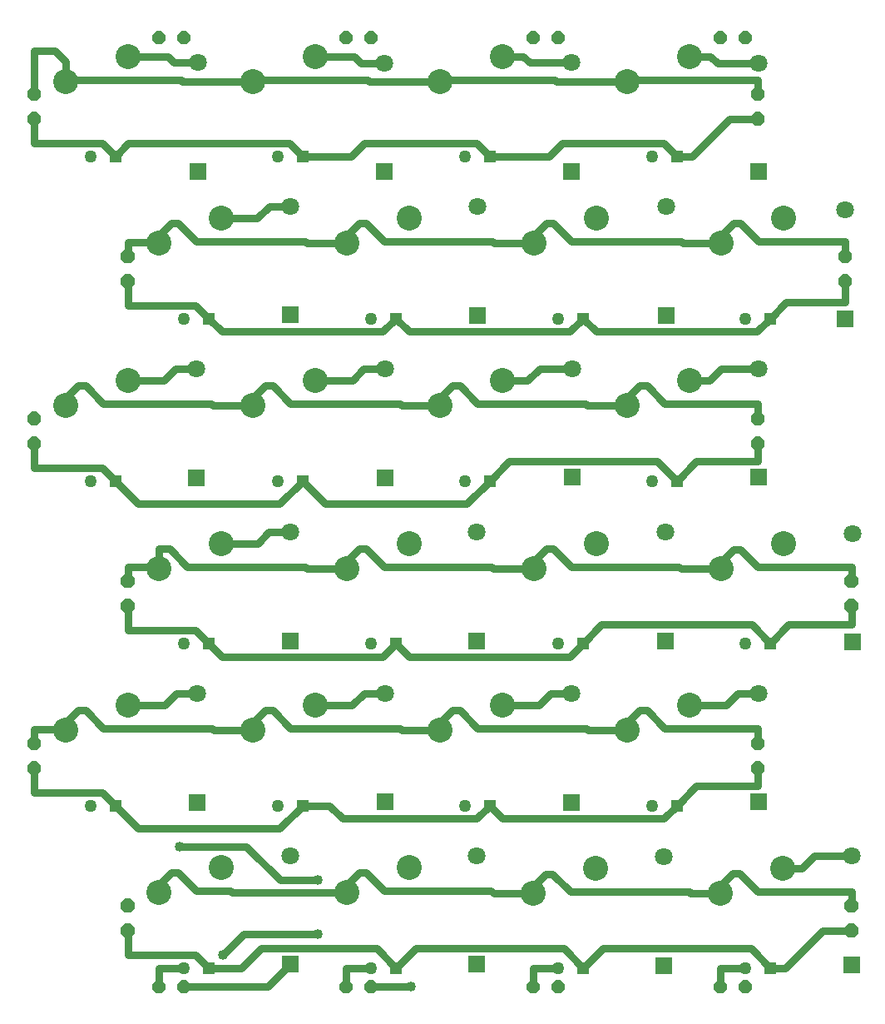
<source format=gtl>
G04 DipTrace 2.1.9.3*
%INTop.gbr*%
%MOIN*%
%ADD13C,0.03*%
%ADD14C,0.1*%
%ADD15R,0.0709X0.0709*%
%ADD16C,0.0709*%
%ADD17C,0.05*%
%ADD18R,0.05X0.05*%
%ADD19C,0.04*%
%FSLAX44Y44*%
%SFA1B1*%
%OFA0B0*%
G04*
G70*
G90*
G75*
G01*
%LNTop*%
%LPD*%
X7050Y37500D2*
D13*
X6111D1*
X5861Y37750D1*
X4250D1*
X14525Y37475D2*
X13598D1*
X13323Y37750D1*
X11750D1*
X22025Y37500D2*
X20357D1*
X20107Y37750D1*
X19250D1*
X29525Y37475D2*
X27882D1*
X27607Y37750D1*
X26750D1*
X500Y36250D2*
Y37960D1*
X1320D1*
X1750Y37530D1*
Y36750D1*
X24250D2*
X24315Y36815D1*
X29500D1*
Y36250D1*
X16750Y36750D2*
X16815Y36815D1*
X21358D1*
X21423Y36750D1*
X24250D1*
X9250D2*
X9315Y36815D1*
X13858D1*
X13923Y36750D1*
X16750D1*
X1750D2*
X1815Y36815D1*
X6383D1*
X6448Y36750D1*
X9250D1*
X8000Y31275D2*
X9448D1*
X9923Y31750D1*
X10750D1*
X4275Y24775D2*
X5710D1*
X6161Y25225D1*
X7000D1*
X8000Y18250D2*
X9460D1*
X9911Y18700D1*
X10750D1*
X4275Y11775D2*
X5735D1*
X6186Y12225D1*
X7025D1*
X15590Y500D2*
X14000D1*
X10750Y1400D2*
X9850Y500D1*
X6500D1*
X11775Y24775D2*
X13260D1*
X13711Y25225D1*
X14550D1*
X19275Y24775D2*
X20281D1*
X20756Y25250D1*
X22050D1*
X26775Y24775D2*
X27555D1*
X28030Y25250D1*
X29525D1*
X11775Y11775D2*
X13248D1*
X13723Y12250D1*
X14550D1*
X19275Y11775D2*
X20735D1*
X21186Y12225D1*
X22025D1*
X26775Y11775D2*
X28223D1*
X28698Y12250D1*
X29525D1*
X30500Y5250D2*
X31280D1*
X31755Y5725D1*
X33275D1*
X4250Y29750D2*
Y30303D1*
X5472D1*
X5500Y30275D1*
X28025D2*
Y30555D1*
X28525Y31055D1*
X28805D1*
X29520Y30340D1*
X33000D1*
Y29750D1*
X20525Y30275D2*
Y30555D1*
X21025Y31055D1*
X21305D1*
X22020Y30340D1*
X26427D1*
X26492Y30275D1*
X28025D1*
X13025D2*
Y30555D1*
X13525Y31055D1*
X13805D1*
X14520Y30340D1*
X18877D1*
X18942Y30275D1*
X20525D1*
X5500D2*
Y30555D1*
X6000Y31055D1*
X6280D1*
X6995Y30340D1*
X11352D1*
X11417Y30275D1*
X13025D1*
X24275Y23775D2*
Y24055D1*
X24775Y24555D1*
X25055D1*
X25770Y23840D1*
X29500D1*
Y23250D1*
X16775Y23775D2*
Y24055D1*
X17275Y24555D1*
X17555D1*
X18270Y23840D1*
X22602D1*
X22667Y23775D1*
X24275D1*
X9275D2*
Y24055D1*
X9775Y24555D1*
X10055D1*
X10770Y23840D1*
X15152D1*
X15217Y23775D1*
X16775D1*
X1775D2*
Y24055D1*
X2275Y24555D1*
X2555D1*
X3270Y23840D1*
X7602D1*
X7667Y23775D1*
X9275D1*
X4250Y16750D2*
Y17303D1*
X5447D1*
X5500Y17250D1*
X28025Y17225D2*
Y17505D1*
X28525Y18005D1*
X28805D1*
X29507Y17303D1*
X33250D1*
Y16750D1*
X20525Y17250D2*
Y17530D1*
X21025Y18030D1*
X21305D1*
X22020Y17315D1*
X26340D1*
X26430Y17225D1*
X28025D1*
X13025Y17250D2*
Y17530D1*
X13525Y18030D1*
X13805D1*
X14520Y17315D1*
X18827D1*
X18892Y17250D1*
X20525D1*
X5500D2*
Y18030D1*
X5923D1*
X6638Y17315D1*
X11352D1*
X11417Y17250D1*
X13025D1*
X500Y10250D2*
Y10803D1*
X1747D1*
X1775Y10775D1*
X24275D2*
Y11055D1*
X24775Y11555D1*
X25055D1*
X25770Y10840D1*
X29500D1*
Y10250D1*
X16775Y10775D2*
Y11055D1*
X17275Y11555D1*
X17555D1*
X18270Y10840D1*
X22627D1*
X22692Y10775D1*
X24275D1*
X9275D2*
Y11055D1*
X9775Y11555D1*
X10055D1*
X10770Y10840D1*
X15152D1*
X15217Y10775D1*
X16775D1*
X1775D2*
Y11055D1*
X2275Y11555D1*
X2555D1*
X3270Y10840D1*
X7627D1*
X7692Y10775D1*
X9275D1*
X28000Y4250D2*
Y4530D1*
X28500Y5030D1*
X28780D1*
X29495Y4315D1*
X33250D1*
Y3750D1*
X20500Y4225D2*
Y4505D1*
X21000Y5005D1*
X21280D1*
X21995Y4290D1*
X26769D1*
X26809Y4250D1*
X28000D1*
X13025Y4275D2*
Y4555D1*
X13525Y5055D1*
X13805D1*
X14520Y4340D1*
X18802D1*
X18917Y4225D1*
X20500D1*
X5500Y4275D2*
Y4555D1*
X6000Y5055D1*
X6280D1*
X6995Y4340D1*
X8353D1*
X8418Y4275D1*
X13025D1*
X500Y35250D2*
Y34280D1*
X3220D1*
X3750Y33750D1*
X26250D2*
X26865D1*
X28365Y35250D1*
X29500D1*
X18750Y33750D2*
X21126D1*
X21656Y34280D1*
X25720D1*
X26250Y33750D1*
X11250D2*
X13196D1*
X13726Y34280D1*
X18220D1*
X18750Y33750D1*
X3750D2*
X4280Y34280D1*
X10720D1*
X11250Y33750D1*
X33000Y28750D2*
Y27884D1*
X30634D1*
X30000Y27250D1*
X7500D2*
X6970Y27780D1*
X4250D1*
Y28750D1*
X15000Y27250D2*
X14470Y26720D1*
X8030D1*
X7500Y27250D1*
X22500D2*
X21970Y26720D1*
X15530D1*
X15000Y27250D1*
X30000D2*
X29470Y26720D1*
X23030D1*
X22500Y27250D1*
X500Y22250D2*
Y21280D1*
X3220D1*
X3750Y20750D1*
X26250D2*
X27034Y21534D1*
X29500D1*
Y22250D1*
X18750Y20750D2*
X19534Y21534D1*
X25466D1*
X26250Y20750D1*
X11250D2*
X12154Y19846D1*
X17846D1*
X18750Y20750D1*
X3750D2*
X4654Y19846D1*
X10346D1*
X11250Y20750D1*
X4250Y15750D2*
Y14780D1*
X6970D1*
X7500Y14250D1*
X30000D2*
X30734Y14984D1*
X33250D1*
Y15750D1*
X22500Y14250D2*
X23234Y14984D1*
X29266D1*
X30000Y14250D1*
X15000D2*
X15534Y13716D1*
X21966D1*
X22500Y14250D1*
X7500D2*
X8034Y13716D1*
X14466D1*
X15000Y14250D1*
X29500Y9250D2*
Y8534D1*
X27034D1*
X26250Y7750D1*
X3750D2*
X3220Y8280D1*
X500D1*
Y9250D1*
X11250Y7750D2*
X10346Y6846D1*
X4654D1*
X3750Y7750D1*
X18750D2*
X18220Y7220D1*
X12860D1*
X12330Y7750D1*
X11250D1*
X26250D2*
X25720Y7220D1*
X19280D1*
X18750Y7750D1*
X4250Y2750D2*
Y1780D1*
X6970D1*
X7500Y1250D1*
X30000D2*
X30615D1*
X32115Y2750D1*
X33250D1*
X22500Y1250D2*
X23284Y2034D1*
X29216D1*
X30000Y1250D1*
X15000D2*
X15784Y2034D1*
X21716D1*
X22500Y1250D1*
X7500D2*
X8807D1*
X9591Y2034D1*
X14216D1*
X15000Y1250D1*
X29000D2*
X28000D1*
Y500D1*
X21500Y1250D2*
X20500D1*
Y500D1*
X14000Y1250D2*
X13000D1*
Y500D1*
X6500Y1250D2*
X5500D1*
Y500D1*
X11864Y2610D2*
X8910D1*
X8080Y1780D1*
X6341Y6105D2*
X9011D1*
X10361Y4755D1*
X11864D1*
D19*
X15590Y500D3*
X8080Y1780D3*
X11864Y2610D3*
Y4755D3*
X6341Y6105D3*
D14*
X1750Y36750D3*
X4250Y37750D3*
X9250Y36750D3*
X11750Y37750D3*
X16750Y36750D3*
X19250Y37750D3*
X24250Y36750D3*
X26750Y37750D3*
D15*
X7050Y33150D3*
D16*
Y37500D3*
D15*
X14525Y33125D3*
D16*
Y37475D3*
D15*
X22025Y33150D3*
D16*
Y37500D3*
D15*
X29525Y33125D3*
D16*
Y37475D3*
D14*
X5500Y30275D3*
X8000Y31275D3*
X13025Y30275D3*
X15525Y31275D3*
X20525Y30275D3*
X23025Y31275D3*
X28025Y30275D3*
X30525Y31275D3*
D15*
X10750Y27400D3*
D16*
Y31750D3*
D15*
X18275Y27375D3*
D16*
Y31725D3*
D15*
X25825Y27375D3*
D16*
Y31725D3*
D15*
X33000Y27250D3*
D16*
Y31600D3*
D14*
X1775Y23775D3*
X4275Y24775D3*
X9275Y23775D3*
X11775Y24775D3*
X16775Y23775D3*
X19275Y24775D3*
X24275Y23775D3*
X26775Y24775D3*
D15*
X7000Y20875D3*
D16*
Y25225D3*
D15*
X14550Y20875D3*
D16*
Y25225D3*
D15*
X22050Y20900D3*
D16*
Y25250D3*
D15*
X29525Y20900D3*
D16*
Y25250D3*
D14*
X5500Y17250D3*
X8000Y18250D3*
X13025Y17250D3*
X15525Y18250D3*
X20525Y17250D3*
X23025Y18250D3*
X28025Y17225D3*
X30525Y18225D3*
D15*
X10750Y14350D3*
D16*
Y18700D3*
D15*
X18225Y14350D3*
D16*
Y18700D3*
D15*
X25800Y14350D3*
D16*
Y18700D3*
D15*
X33300Y14300D3*
D16*
Y18650D3*
D14*
X1775Y10775D3*
X4275Y11775D3*
X9275Y10775D3*
X11775Y11775D3*
X16775Y10775D3*
X19275Y11775D3*
X24275Y10775D3*
X26775Y11775D3*
D15*
X7025Y7875D3*
D16*
Y12225D3*
D15*
X14550Y7900D3*
D16*
Y12250D3*
D15*
X22025Y7875D3*
D16*
Y12225D3*
D15*
X29525Y7900D3*
D16*
Y12250D3*
D14*
X5500Y4275D3*
X8000Y5275D3*
X13025Y4275D3*
X15525Y5275D3*
X20500Y4225D3*
X23000Y5225D3*
X28000Y4250D3*
X30500Y5250D3*
D15*
X10750Y1400D3*
D16*
Y5750D3*
D15*
X18225Y1400D3*
D16*
Y5750D3*
D15*
X25725Y1350D3*
D16*
Y5700D3*
D15*
X33275Y1375D3*
D16*
Y5725D3*
D17*
X2750Y33750D3*
D18*
X3750D3*
D17*
X10250D3*
D18*
X11250D3*
D17*
X17750D3*
D18*
X18750D3*
D17*
X25250D3*
D18*
X26250D3*
D17*
X6500Y27250D3*
D18*
X7500D3*
D17*
X14000D3*
D18*
X15000D3*
D17*
X21500D3*
D18*
X22500D3*
D17*
X29000D3*
D18*
X30000D3*
D17*
X2750Y20750D3*
D18*
X3750D3*
D17*
X10250D3*
D18*
X11250D3*
D17*
X17750D3*
D18*
X18750D3*
D17*
X25250D3*
D18*
X26250D3*
D17*
X6500Y14250D3*
D18*
X7500D3*
D17*
X14000D3*
D18*
X15000D3*
D17*
X21500D3*
D18*
X22500D3*
D17*
X29000D3*
D18*
X30000D3*
D17*
X2750Y7750D3*
D18*
X3750D3*
D17*
X10250D3*
D18*
X11250D3*
D17*
X17750D3*
D18*
X18750D3*
D17*
X25250D3*
D18*
X26250D3*
D17*
X6500Y1250D3*
D18*
X7500D3*
D17*
X14000D3*
D18*
X15000D3*
D17*
X21500D3*
D18*
X22500D3*
D17*
X29000D3*
D18*
X30000D3*
G36*
X613Y35977D2*
X387D1*
X227Y36137D1*
Y36363D1*
X387Y36523D1*
X613D1*
X773Y36363D1*
Y36137D1*
X613Y35977D1*
G37*
G36*
X33113Y29477D2*
X32887D1*
X32727Y29637D1*
Y29863D1*
X32887Y30023D1*
X33113D1*
X33273Y29863D1*
Y29637D1*
X33113Y29477D1*
G37*
G36*
X613Y34977D2*
X387D1*
X227Y35137D1*
Y35363D1*
X387Y35523D1*
X613D1*
X773Y35363D1*
Y35137D1*
X613Y34977D1*
G37*
G36*
X29613Y35977D2*
X29387D1*
X29227Y36137D1*
Y36363D1*
X29387Y36523D1*
X29613D1*
X29773Y36363D1*
Y36137D1*
X29613Y35977D1*
G37*
G36*
Y34977D2*
X29387D1*
X29227Y35137D1*
Y35363D1*
X29387Y35523D1*
X29613D1*
X29773Y35363D1*
Y35137D1*
X29613Y34977D1*
G37*
G36*
X33113Y28477D2*
X32887D1*
X32727Y28637D1*
Y28863D1*
X32887Y29023D1*
X33113D1*
X33273Y28863D1*
Y28637D1*
X33113Y28477D1*
G37*
G36*
X29613Y22977D2*
X29387D1*
X29227Y23137D1*
Y23363D1*
X29387Y23523D1*
X29613D1*
X29773Y23363D1*
Y23137D1*
X29613Y22977D1*
G37*
G36*
Y21977D2*
X29387D1*
X29227Y22137D1*
Y22363D1*
X29387Y22523D1*
X29613D1*
X29773Y22363D1*
Y22137D1*
X29613Y21977D1*
G37*
G36*
X33363Y16477D2*
X33137D1*
X32977Y16637D1*
Y16863D1*
X33137Y17023D1*
X33363D1*
X33523Y16863D1*
Y16637D1*
X33363Y16477D1*
G37*
G36*
Y15477D2*
X33137D1*
X32977Y15637D1*
Y15863D1*
X33137Y16023D1*
X33363D1*
X33523Y15863D1*
Y15637D1*
X33363Y15477D1*
G37*
G36*
X29613Y9977D2*
X29387D1*
X29227Y10137D1*
Y10363D1*
X29387Y10523D1*
X29613D1*
X29773Y10363D1*
Y10137D1*
X29613Y9977D1*
G37*
G36*
Y8977D2*
X29387D1*
X29227Y9137D1*
Y9363D1*
X29387Y9523D1*
X29613D1*
X29773Y9363D1*
Y9137D1*
X29613Y8977D1*
G37*
G36*
X33363Y3477D2*
X33137D1*
X32977Y3637D1*
Y3863D1*
X33137Y4023D1*
X33363D1*
X33523Y3863D1*
Y3637D1*
X33363Y3477D1*
G37*
G36*
Y2477D2*
X33137D1*
X32977Y2637D1*
Y2863D1*
X33137Y3023D1*
X33363D1*
X33523Y2863D1*
Y2637D1*
X33363Y2477D1*
G37*
G36*
X5613Y38227D2*
X5387D1*
X5227Y38387D1*
Y38613D1*
X5387Y38773D1*
X5613D1*
X5773Y38613D1*
Y38387D1*
X5613Y38227D1*
G37*
G36*
X6613D2*
X6387D1*
X6227Y38387D1*
Y38613D1*
X6387Y38773D1*
X6613D1*
X6773Y38613D1*
Y38387D1*
X6613Y38227D1*
G37*
G36*
X13113D2*
X12887D1*
X12727Y38387D1*
Y38613D1*
X12887Y38773D1*
X13113D1*
X13273Y38613D1*
Y38387D1*
X13113Y38227D1*
G37*
G36*
X14113D2*
X13887D1*
X13727Y38387D1*
Y38613D1*
X13887Y38773D1*
X14113D1*
X14273Y38613D1*
Y38387D1*
X14113Y38227D1*
G37*
G36*
X20613D2*
X20387D1*
X20227Y38387D1*
Y38613D1*
X20387Y38773D1*
X20613D1*
X20773Y38613D1*
Y38387D1*
X20613Y38227D1*
G37*
G36*
X21613D2*
X21387D1*
X21227Y38387D1*
Y38613D1*
X21387Y38773D1*
X21613D1*
X21773Y38613D1*
Y38387D1*
X21613Y38227D1*
G37*
G36*
X28113D2*
X27887D1*
X27727Y38387D1*
Y38613D1*
X27887Y38773D1*
X28113D1*
X28273Y38613D1*
Y38387D1*
X28113Y38227D1*
G37*
G36*
X29113D2*
X28887D1*
X28727Y38387D1*
Y38613D1*
X28887Y38773D1*
X29113D1*
X29273Y38613D1*
Y38387D1*
X29113Y38227D1*
G37*
G36*
X28113Y227D2*
X27887D1*
X27727Y387D1*
Y613D1*
X27887Y773D1*
X28113D1*
X28273Y613D1*
Y387D1*
X28113Y227D1*
G37*
G36*
X29113D2*
X28887D1*
X28727Y387D1*
Y613D1*
X28887Y773D1*
X29113D1*
X29273Y613D1*
Y387D1*
X29113Y227D1*
G37*
G36*
X21613D2*
X21387D1*
X21227Y387D1*
Y613D1*
X21387Y773D1*
X21613D1*
X21773Y613D1*
Y387D1*
X21613Y227D1*
G37*
G36*
X20613D2*
X20387D1*
X20227Y387D1*
Y613D1*
X20387Y773D1*
X20613D1*
X20773Y613D1*
Y387D1*
X20613Y227D1*
G37*
G36*
X14113D2*
X13887D1*
X13727Y387D1*
Y613D1*
X13887Y773D1*
X14113D1*
X14273Y613D1*
Y387D1*
X14113Y227D1*
G37*
G36*
X13113D2*
X12887D1*
X12727Y387D1*
Y613D1*
X12887Y773D1*
X13113D1*
X13273Y613D1*
Y387D1*
X13113Y227D1*
G37*
G36*
X6613D2*
X6387D1*
X6227Y387D1*
Y613D1*
X6387Y773D1*
X6613D1*
X6773Y613D1*
Y387D1*
X6613Y227D1*
G37*
G36*
X5613D2*
X5387D1*
X5227Y387D1*
Y613D1*
X5387Y773D1*
X5613D1*
X5773Y613D1*
Y387D1*
X5613Y227D1*
G37*
G36*
X4363Y29477D2*
X4137D1*
X3977Y29637D1*
Y29863D1*
X4137Y30023D1*
X4363D1*
X4523Y29863D1*
Y29637D1*
X4363Y29477D1*
G37*
G36*
Y28477D2*
X4137D1*
X3977Y28637D1*
Y28863D1*
X4137Y29023D1*
X4363D1*
X4523Y28863D1*
Y28637D1*
X4363Y28477D1*
G37*
G36*
X613Y22977D2*
X387D1*
X227Y23137D1*
Y23363D1*
X387Y23523D1*
X613D1*
X773Y23363D1*
Y23137D1*
X613Y22977D1*
G37*
G36*
Y21977D2*
X387D1*
X227Y22137D1*
Y22363D1*
X387Y22523D1*
X613D1*
X773Y22363D1*
Y22137D1*
X613Y21977D1*
G37*
G36*
X4363Y16477D2*
X4137D1*
X3977Y16637D1*
Y16863D1*
X4137Y17023D1*
X4363D1*
X4523Y16863D1*
Y16637D1*
X4363Y16477D1*
G37*
G36*
Y15477D2*
X4137D1*
X3977Y15637D1*
Y15863D1*
X4137Y16023D1*
X4363D1*
X4523Y15863D1*
Y15637D1*
X4363Y15477D1*
G37*
G36*
X613Y9977D2*
X387D1*
X227Y10137D1*
Y10363D1*
X387Y10523D1*
X613D1*
X773Y10363D1*
Y10137D1*
X613Y9977D1*
G37*
G36*
Y8977D2*
X387D1*
X227Y9137D1*
Y9363D1*
X387Y9523D1*
X613D1*
X773Y9363D1*
Y9137D1*
X613Y8977D1*
G37*
G36*
X4363Y3477D2*
X4137D1*
X3977Y3637D1*
Y3863D1*
X4137Y4023D1*
X4363D1*
X4523Y3863D1*
Y3637D1*
X4363Y3477D1*
G37*
G36*
Y2477D2*
X4137D1*
X3977Y2637D1*
Y2863D1*
X4137Y3023D1*
X4363D1*
X4523Y2863D1*
Y2637D1*
X4363Y2477D1*
G37*
M02*

</source>
